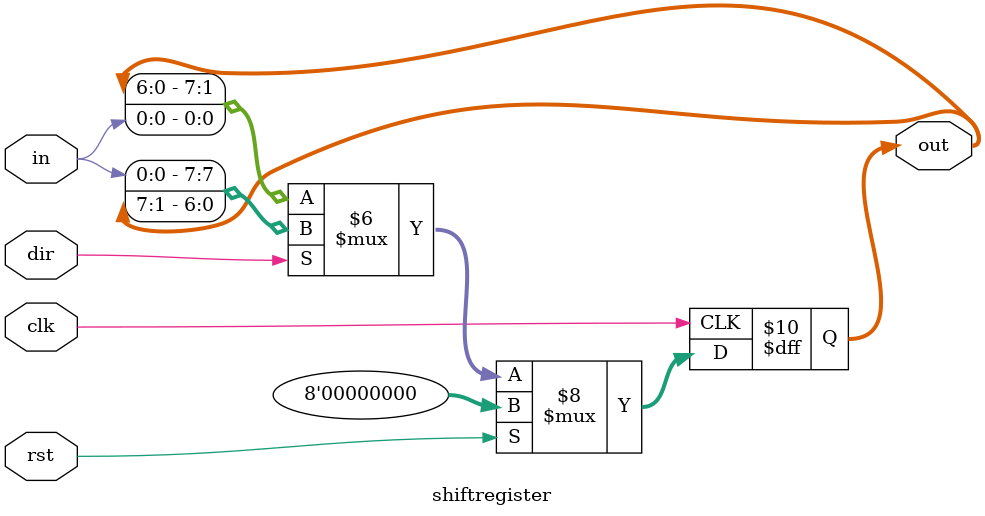
<source format=v>
`timescale 1ns / 1ps
module shiftregister(out,dir,in,clk,rst);

output reg[7:0]out;
input dir,in,clk,rst;

always @(posedge clk)
begin
if(!rst)
	if(dir==0)
		out<={out[6:0],in};		//left shift
	else
		out<={in,out[7:1]};		//right shift
else
	out<=0;
end
endmodule

</source>
